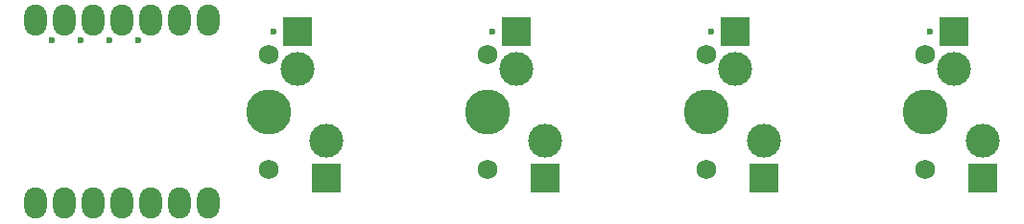
<source format=gbr>
G04 #@! TF.GenerationSoftware,KiCad,Pcbnew,8.0.6*
G04 #@! TF.CreationDate,2025-06-08T14:35:04+01:00*
G04 #@! TF.ProjectId,macro-keyboard,6d616372-6f2d-46b6-9579-626f6172642e,0.1*
G04 #@! TF.SameCoordinates,Original*
G04 #@! TF.FileFunction,Soldermask,Bot*
G04 #@! TF.FilePolarity,Negative*
%FSLAX46Y46*%
G04 Gerber Fmt 4.6, Leading zero omitted, Abs format (unit mm)*
G04 Created by KiCad (PCBNEW 8.0.6) date 2025-06-08 14:35:04*
%MOMM*%
%LPD*%
G01*
G04 APERTURE LIST*
G04 Aperture macros list*
%AMRoundRect*
0 Rectangle with rounded corners*
0 $1 Rounding radius*
0 $2 $3 $4 $5 $6 $7 $8 $9 X,Y pos of 4 corners*
0 Add a 4 corners polygon primitive as box body*
4,1,4,$2,$3,$4,$5,$6,$7,$8,$9,$2,$3,0*
0 Add four circle primitives for the rounded corners*
1,1,$1+$1,$2,$3*
1,1,$1+$1,$4,$5*
1,1,$1+$1,$6,$7*
1,1,$1+$1,$8,$9*
0 Add four rect primitives between the rounded corners*
20,1,$1+$1,$2,$3,$4,$5,0*
20,1,$1+$1,$4,$5,$6,$7,0*
20,1,$1+$1,$6,$7,$8,$9,0*
20,1,$1+$1,$8,$9,$2,$3,0*%
G04 Aperture macros list end*
%ADD10C,1.750000*%
%ADD11C,3.000000*%
%ADD12C,3.987800*%
%ADD13R,2.500000X2.550000*%
%ADD14RoundRect,1.000000X-0.000010X0.375000X-0.000010X-0.375000X0.000010X-0.375000X0.000010X0.375000X0*%
%ADD15C,0.600000*%
G04 APERTURE END LIST*
D10*
X99441000Y-58420000D03*
D11*
X101981000Y-59690000D03*
D12*
X99441000Y-63500000D03*
D11*
X104521000Y-66040000D03*
D10*
X99441000Y-68580000D03*
D13*
X101981000Y-56415000D03*
X104521000Y-69342000D03*
D10*
X118745000Y-58420000D03*
D11*
X121285000Y-59690000D03*
D12*
X118745000Y-63500000D03*
D11*
X123825000Y-66040000D03*
D10*
X118745000Y-68580000D03*
D13*
X121285000Y-56415000D03*
X123825000Y-69342000D03*
D10*
X80093934Y-58420000D03*
D11*
X82633934Y-59690000D03*
D12*
X80093934Y-63500000D03*
D11*
X85173934Y-66040000D03*
D10*
X80093934Y-68580000D03*
D13*
X82633934Y-56415000D03*
X85173934Y-69342000D03*
D10*
X138049000Y-58420000D03*
D11*
X140589000Y-59690000D03*
D12*
X138049000Y-63500000D03*
D11*
X143129000Y-66040000D03*
D10*
X138049000Y-68580000D03*
D13*
X140589000Y-56415000D03*
X143129000Y-69342000D03*
D14*
X59547250Y-55417500D03*
X62087250Y-55417500D03*
X64627250Y-55417500D03*
X67167250Y-55417500D03*
X69707250Y-55417500D03*
X72247250Y-55417500D03*
X74787250Y-55417500D03*
X74787250Y-71582500D03*
X72247250Y-71582500D03*
X69707250Y-71582500D03*
X67167250Y-71582500D03*
X64627250Y-71582500D03*
X62087250Y-71582500D03*
X59547250Y-71582500D03*
D15*
X80518000Y-56388000D03*
X60960000Y-57150000D03*
X66040000Y-57150000D03*
X119126000Y-56388000D03*
X68580000Y-57150000D03*
X138430000Y-56388000D03*
X99822000Y-56388000D03*
X63500000Y-57150000D03*
M02*

</source>
